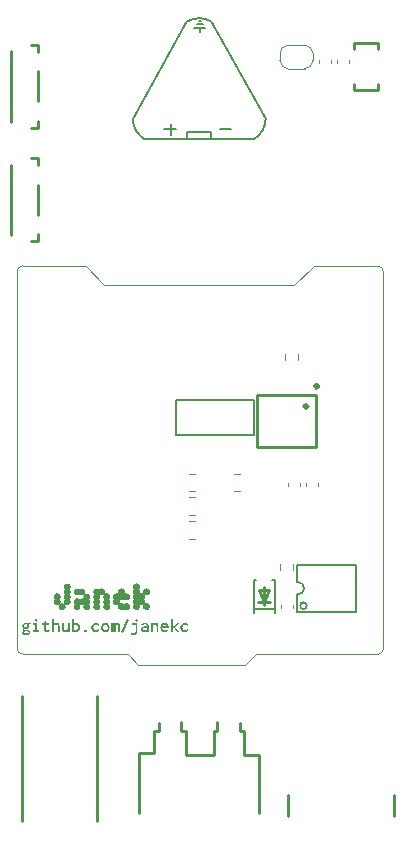
<source format=gto>
%TF.GenerationSoftware,KiCad,Pcbnew,9.0.6*%
%TF.CreationDate,2025-12-14T22:48:58+01:00*%
%TF.ProjectId,ledBrain,6c656442-7261-4696-9e2e-6b696361645f,rev?*%
%TF.SameCoordinates,Original*%
%TF.FileFunction,Legend,Top*%
%TF.FilePolarity,Positive*%
%FSLAX46Y46*%
G04 Gerber Fmt 4.6, Leading zero omitted, Abs format (unit mm)*
G04 Created by KiCad (PCBNEW 9.0.6) date 2025-12-14 22:48:58*
%MOMM*%
%LPD*%
G01*
G04 APERTURE LIST*
%ADD10C,0.100000*%
%ADD11C,0.200000*%
%ADD12C,0.150000*%
%ADD13C,0.120000*%
%ADD14C,0.050000*%
%ADD15C,0.250000*%
%ADD16C,0.300000*%
G04 APERTURE END LIST*
D10*
G36*
X153103934Y-82172527D02*
G01*
X153081918Y-82060992D01*
X153018282Y-81966180D01*
X153015640Y-81963517D01*
X153055114Y-81915586D01*
X153083888Y-81860773D01*
X153103934Y-81753590D01*
X153081908Y-81640591D01*
X153018399Y-81545072D01*
X152973159Y-81508080D01*
X152920902Y-81480649D01*
X152809926Y-81459399D01*
X152697032Y-81481428D01*
X152601566Y-81544959D01*
X152564588Y-81590223D01*
X152537165Y-81642514D01*
X152515919Y-81753590D01*
X152537964Y-81865914D01*
X152601587Y-81961048D01*
X152604030Y-81963517D01*
X152564585Y-82011267D01*
X152535879Y-82065842D01*
X152515919Y-82172527D01*
X152537964Y-82284499D01*
X152601578Y-82379253D01*
X152604030Y-82381721D01*
X152564665Y-82429245D01*
X152535986Y-82483642D01*
X152515919Y-82590732D01*
X152537964Y-82702546D01*
X152601625Y-82797322D01*
X152604030Y-82799743D01*
X152564104Y-82849045D01*
X152535242Y-82904997D01*
X152515919Y-83010403D01*
X152537944Y-83123089D01*
X152601503Y-83218490D01*
X152646794Y-83255457D01*
X152699110Y-83282866D01*
X152809926Y-83304043D01*
X152922821Y-83282023D01*
X153018329Y-83218510D01*
X153055325Y-83173266D01*
X153082748Y-83121019D01*
X153103934Y-83010403D01*
X153081918Y-82898623D01*
X153018324Y-82803731D01*
X153015640Y-82801025D01*
X153055117Y-82753238D01*
X153083892Y-82698568D01*
X153103934Y-82591648D01*
X153081918Y-82479868D01*
X153018324Y-82384977D01*
X153015640Y-82382271D01*
X153055445Y-82333689D01*
X153084328Y-82278313D01*
X153103934Y-82172527D01*
G37*
G36*
X152263860Y-83010403D02*
G01*
X152241815Y-82898344D01*
X152178196Y-82803489D01*
X152175750Y-82801025D01*
X152215111Y-82753362D01*
X152243789Y-82698848D01*
X152263860Y-82591648D01*
X152241835Y-82479122D01*
X152178285Y-82383913D01*
X152132982Y-82347018D01*
X152080650Y-82319671D01*
X151969853Y-82298557D01*
X151856812Y-82320579D01*
X151761260Y-82384074D01*
X151724296Y-82429274D01*
X151696917Y-82481472D01*
X151675846Y-82591648D01*
X151697861Y-82703428D01*
X151761455Y-82798319D01*
X151764139Y-82801025D01*
X151724662Y-82848812D01*
X151695887Y-82903482D01*
X151675846Y-83010403D01*
X151697871Y-83123089D01*
X151761430Y-83218490D01*
X151806721Y-83255457D01*
X151859037Y-83282866D01*
X151969853Y-83304043D01*
X152082748Y-83282023D01*
X152178256Y-83218510D01*
X152215252Y-83173266D01*
X152242675Y-83121019D01*
X152263860Y-83010403D01*
G37*
G36*
X152389890Y-83134234D02*
G01*
X152276922Y-83156264D01*
X152181442Y-83219789D01*
X152144483Y-83265034D01*
X152117081Y-83317309D01*
X152095882Y-83428241D01*
X152117908Y-83541108D01*
X152181420Y-83636511D01*
X152226675Y-83673463D01*
X152278950Y-83700859D01*
X152389890Y-83722065D01*
X152502858Y-83700037D01*
X152598352Y-83636518D01*
X152635317Y-83591280D01*
X152662718Y-83539020D01*
X152683897Y-83428241D01*
X152661871Y-83315270D01*
X152598375Y-83219827D01*
X152553137Y-83182867D01*
X152500882Y-83155463D01*
X152389890Y-83134234D01*
G37*
G36*
X153649267Y-82469466D02*
G01*
X153761748Y-82447421D01*
X153856860Y-82383845D01*
X153859377Y-82381355D01*
X153907278Y-82420796D01*
X153962047Y-82449501D01*
X154069303Y-82469466D01*
X154182271Y-82447435D01*
X154277751Y-82383910D01*
X154314710Y-82338665D01*
X154342112Y-82286390D01*
X154363311Y-82175458D01*
X154341285Y-82062564D01*
X154277760Y-81967084D01*
X154232503Y-81930100D01*
X154180226Y-81902677D01*
X154069303Y-81881451D01*
X153957188Y-81903466D01*
X153862141Y-81967012D01*
X153859377Y-81969745D01*
X153811442Y-81930271D01*
X153756604Y-81901496D01*
X153649267Y-81881451D01*
X153536372Y-81903476D01*
X153440892Y-81967002D01*
X153403908Y-82012259D01*
X153376485Y-82064536D01*
X153355259Y-82175458D01*
X153377285Y-82288430D01*
X153440781Y-82383872D01*
X153486019Y-82420832D01*
X153538274Y-82448236D01*
X153649267Y-82469466D01*
G37*
G36*
X154783347Y-83017913D02*
G01*
X154761332Y-82905711D01*
X154697781Y-82810562D01*
X154695054Y-82807803D01*
X154734362Y-82760037D01*
X154763081Y-82705271D01*
X154783347Y-82596594D01*
X154761322Y-82483073D01*
X154697895Y-82387357D01*
X154652738Y-82350324D01*
X154600580Y-82322856D01*
X154489340Y-82301488D01*
X154376445Y-82323529D01*
X154281051Y-82387090D01*
X154244103Y-82432387D01*
X154216679Y-82484753D01*
X154195333Y-82596594D01*
X154201019Y-82655690D01*
X154217378Y-82709881D01*
X154280779Y-82805108D01*
X154283443Y-82807803D01*
X154279230Y-82812016D01*
X154231329Y-82772575D01*
X154176560Y-82743871D01*
X154069303Y-82723906D01*
X153956909Y-82745951D01*
X153861898Y-82809522D01*
X153859377Y-82812016D01*
X153811567Y-82772658D01*
X153756885Y-82743981D01*
X153649267Y-82723906D01*
X153537115Y-82744279D01*
X153441994Y-82806284D01*
X153404893Y-82850979D01*
X153377245Y-82902769D01*
X153355259Y-83015532D01*
X153377275Y-83127647D01*
X153440821Y-83222694D01*
X153443553Y-83225458D01*
X153403897Y-83272990D01*
X153375062Y-83327356D01*
X153355259Y-83432454D01*
X153377285Y-83543689D01*
X153440888Y-83637815D01*
X153486341Y-83674339D01*
X153538859Y-83701368D01*
X153649267Y-83722065D01*
X153762975Y-83700048D01*
X153858801Y-83636671D01*
X153895650Y-83591706D01*
X153922829Y-83539811D01*
X153943274Y-83432454D01*
X153921229Y-83321681D01*
X153857535Y-83227822D01*
X153855163Y-83225458D01*
X153859377Y-83221245D01*
X153905828Y-83261140D01*
X153958775Y-83290207D01*
X154069303Y-83311737D01*
X154130931Y-83303464D01*
X154187197Y-83284551D01*
X154279230Y-83221245D01*
X154283443Y-83225458D01*
X154243904Y-83272866D01*
X154215167Y-83327076D01*
X154195333Y-83432454D01*
X154217358Y-83543689D01*
X154280962Y-83637815D01*
X154326415Y-83674339D01*
X154378932Y-83701368D01*
X154489340Y-83722065D01*
X154603048Y-83700048D01*
X154698874Y-83636671D01*
X154735723Y-83591706D01*
X154762902Y-83539811D01*
X154783347Y-83432454D01*
X154761332Y-83321956D01*
X154697663Y-83228062D01*
X154695054Y-83225458D01*
X154733507Y-83180472D01*
X154761926Y-83128265D01*
X154783347Y-83017913D01*
G37*
G36*
X155538790Y-82381355D02*
G01*
X155586692Y-82420796D01*
X155641460Y-82449501D01*
X155748717Y-82469466D01*
X155861685Y-82447435D01*
X155957165Y-82383910D01*
X155994124Y-82338665D01*
X156021526Y-82286390D01*
X156042725Y-82175458D01*
X156020699Y-82062564D01*
X155957174Y-81967084D01*
X155911916Y-81930100D01*
X155859640Y-81902677D01*
X155748717Y-81881451D01*
X155636602Y-81903466D01*
X155541555Y-81967012D01*
X155538790Y-81969745D01*
X155490856Y-81930271D01*
X155436018Y-81901496D01*
X155328681Y-81881451D01*
X155215786Y-81903476D01*
X155120306Y-81967002D01*
X155083322Y-82012259D01*
X155055899Y-82064536D01*
X155034673Y-82175458D01*
X155056689Y-82287661D01*
X155120240Y-82382809D01*
X155122967Y-82385568D01*
X155083069Y-82433930D01*
X155054156Y-82488925D01*
X155034673Y-82592747D01*
X155056689Y-82702451D01*
X155120348Y-82795508D01*
X155122967Y-82798094D01*
X155082415Y-82848833D01*
X155053298Y-82906075D01*
X155034673Y-83009303D01*
X155056689Y-83120819D01*
X155120279Y-83215431D01*
X155122967Y-83218131D01*
X155083493Y-83266066D01*
X155054719Y-83320904D01*
X155034673Y-83428241D01*
X155056699Y-83541108D01*
X155120211Y-83636511D01*
X155165466Y-83673463D01*
X155217741Y-83700859D01*
X155328681Y-83722065D01*
X155441649Y-83700037D01*
X155537143Y-83636518D01*
X155574108Y-83591280D01*
X155601509Y-83539020D01*
X155622688Y-83428241D01*
X155600643Y-83315759D01*
X155537067Y-83220647D01*
X155534577Y-83218131D01*
X155573935Y-83170324D01*
X155602612Y-83115668D01*
X155622688Y-83008204D01*
X155600643Y-82895723D01*
X155537067Y-82800611D01*
X155534577Y-82798094D01*
X155574128Y-82751117D01*
X155602869Y-82697333D01*
X155622688Y-82592747D01*
X155600643Y-82482436D01*
X155534577Y-82385568D01*
X155538790Y-82381355D01*
G37*
G36*
X156462761Y-83008204D02*
G01*
X156440746Y-82896002D01*
X156377195Y-82800854D01*
X156374467Y-82798094D01*
X156413951Y-82750595D01*
X156442729Y-82696211D01*
X156462761Y-82589816D01*
X156440736Y-82477818D01*
X156377170Y-82383073D01*
X156331808Y-82346339D01*
X156279403Y-82319130D01*
X156168754Y-82298190D01*
X156055418Y-82320211D01*
X155959751Y-82383657D01*
X155922840Y-82428756D01*
X155895549Y-82480827D01*
X155874747Y-82589816D01*
X155896792Y-82701344D01*
X155960404Y-82795640D01*
X155962857Y-82798094D01*
X155922431Y-82848692D01*
X155893415Y-82905759D01*
X155874747Y-83009303D01*
X155896792Y-83121097D01*
X155960407Y-83215672D01*
X155962857Y-83218131D01*
X155923499Y-83265941D01*
X155894822Y-83320623D01*
X155874747Y-83428241D01*
X155896772Y-83541108D01*
X155960285Y-83636511D01*
X156005540Y-83673463D01*
X156057814Y-83700859D01*
X156168754Y-83722065D01*
X156281722Y-83700037D01*
X156377216Y-83636518D01*
X156414181Y-83591280D01*
X156441583Y-83539020D01*
X156462761Y-83428241D01*
X156440746Y-83316039D01*
X156377195Y-83220890D01*
X156374467Y-83218131D01*
X156413942Y-83170200D01*
X156442716Y-83115387D01*
X156462761Y-83008204D01*
G37*
G36*
X157302102Y-83012051D02*
G01*
X157280057Y-82902387D01*
X157213991Y-82805788D01*
X157218204Y-82801575D01*
X157266106Y-82841016D01*
X157320874Y-82869720D01*
X157428131Y-82889685D01*
X157540526Y-82867640D01*
X157635537Y-82804069D01*
X157638058Y-82801575D01*
X157685868Y-82840933D01*
X157740550Y-82869610D01*
X157848168Y-82889685D01*
X157961136Y-82867658D01*
X158056630Y-82804139D01*
X158093595Y-82758900D01*
X158120996Y-82706640D01*
X158142175Y-82595861D01*
X158120150Y-82482890D01*
X158056653Y-82387447D01*
X158011415Y-82350488D01*
X157959161Y-82323084D01*
X157848168Y-82301854D01*
X157735686Y-82323899D01*
X157640574Y-82387475D01*
X157638058Y-82389965D01*
X157634028Y-82385751D01*
X157673386Y-82337941D01*
X157702063Y-82283260D01*
X157722138Y-82175642D01*
X157700113Y-82062719D01*
X157636575Y-81967163D01*
X157591315Y-81930147D01*
X157539037Y-81902697D01*
X157428131Y-81881451D01*
X157315309Y-81903474D01*
X157219844Y-81967006D01*
X157182841Y-82012282D01*
X157155397Y-82064575D01*
X157134124Y-82175642D01*
X157156139Y-82287844D01*
X157219690Y-82382992D01*
X157222418Y-82385751D01*
X157218204Y-82389965D01*
X157170394Y-82350606D01*
X157115713Y-82321930D01*
X157008094Y-82301854D01*
X156895126Y-82323885D01*
X156799647Y-82387409D01*
X156762688Y-82432655D01*
X156735286Y-82484930D01*
X156714087Y-82595861D01*
X156736103Y-82707906D01*
X156799700Y-82803076D01*
X156802381Y-82805788D01*
X156762309Y-82854330D01*
X156733341Y-82909425D01*
X156714087Y-83012051D01*
X156736113Y-83122755D01*
X156799994Y-83217413D01*
X156845609Y-83254226D01*
X156898309Y-83281491D01*
X157008094Y-83302212D01*
X157120989Y-83280243D01*
X157216770Y-83216842D01*
X157253882Y-83171722D01*
X157281301Y-83119765D01*
X157302102Y-83012051D01*
G37*
G36*
X157848168Y-83134234D02*
G01*
X157735686Y-83156279D01*
X157640574Y-83219855D01*
X157638058Y-83222344D01*
X157590156Y-83182903D01*
X157535388Y-83154199D01*
X157428131Y-83134234D01*
X157315163Y-83156264D01*
X157219683Y-83219789D01*
X157182724Y-83265034D01*
X157155322Y-83317309D01*
X157134124Y-83428241D01*
X157156149Y-83541108D01*
X157219662Y-83636511D01*
X157264917Y-83673463D01*
X157317191Y-83700859D01*
X157428131Y-83722065D01*
X157540526Y-83700020D01*
X157635537Y-83636449D01*
X157638058Y-83633954D01*
X157685868Y-83673313D01*
X157740550Y-83701989D01*
X157848168Y-83722065D01*
X157961136Y-83700037D01*
X158056630Y-83636518D01*
X158093595Y-83591280D01*
X158120996Y-83539020D01*
X158142175Y-83428241D01*
X158120150Y-83315270D01*
X158056653Y-83219827D01*
X158011415Y-83182867D01*
X157959161Y-83155463D01*
X157848168Y-83134234D01*
G37*
G36*
X158798484Y-81480649D02*
G01*
X158850741Y-81508080D01*
X158895981Y-81545072D01*
X158959490Y-81640591D01*
X158981516Y-81753590D01*
X158961440Y-81861054D01*
X158932763Y-81915710D01*
X158893405Y-81963517D01*
X158895802Y-81965947D01*
X158959471Y-82061282D01*
X158981516Y-82173627D01*
X158961440Y-82281245D01*
X158932763Y-82335926D01*
X158893405Y-82383736D01*
X158897618Y-82387950D01*
X158900383Y-82385217D01*
X158995429Y-82321671D01*
X159107545Y-82299656D01*
X159218308Y-82320810D01*
X159270644Y-82348211D01*
X159315951Y-82385170D01*
X159379527Y-82480532D01*
X159401552Y-82593114D01*
X159381703Y-82699436D01*
X159352970Y-82754099D01*
X159313442Y-82801941D01*
X159315891Y-82804400D01*
X159379507Y-82898976D01*
X159401552Y-83010769D01*
X159380407Y-83121080D01*
X159352984Y-83173296D01*
X159315976Y-83218527D01*
X159220440Y-83282029D01*
X159107545Y-83304043D01*
X159000571Y-83284110D01*
X158945645Y-83255308D01*
X158897618Y-83215750D01*
X158893405Y-83219963D01*
X158895421Y-83221996D01*
X158959471Y-83317338D01*
X158981516Y-83428241D01*
X158960337Y-83539020D01*
X158932935Y-83591280D01*
X158895970Y-83636518D01*
X158800476Y-83700037D01*
X158687508Y-83722065D01*
X158576569Y-83700859D01*
X158524294Y-83673463D01*
X158479039Y-83636511D01*
X158415526Y-83541108D01*
X158393501Y-83428241D01*
X158414608Y-83318442D01*
X158443110Y-83265619D01*
X158481795Y-83219963D01*
X158479198Y-83217337D01*
X158415516Y-83122325D01*
X158393501Y-83010769D01*
X158413538Y-82904111D01*
X158442314Y-82849584D01*
X158481795Y-82801941D01*
X158481613Y-82801758D01*
X158893405Y-82801758D01*
X158897618Y-82805971D01*
X158901831Y-82801758D01*
X158897618Y-82797728D01*
X158893405Y-82801758D01*
X158481613Y-82801758D01*
X158479147Y-82799273D01*
X158415516Y-82704563D01*
X158393501Y-82593114D01*
X158413435Y-82486602D01*
X158442237Y-82431752D01*
X158481795Y-82383736D01*
X158479067Y-82380977D01*
X158415516Y-82285829D01*
X158393501Y-82173627D01*
X158413439Y-82066698D01*
X158442240Y-82011680D01*
X158481795Y-81963517D01*
X158479114Y-81960805D01*
X158415516Y-81865634D01*
X158393501Y-81753590D01*
X158414747Y-81642514D01*
X158442170Y-81590223D01*
X158479148Y-81544959D01*
X158574614Y-81481428D01*
X158687508Y-81459399D01*
X158798484Y-81480649D01*
G37*
G36*
X159638574Y-83155463D02*
G01*
X159690829Y-83182867D01*
X159736067Y-83219827D01*
X159799563Y-83315270D01*
X159821589Y-83428241D01*
X159800410Y-83539020D01*
X159773009Y-83591280D01*
X159736044Y-83636518D01*
X159640549Y-83700037D01*
X159527581Y-83722065D01*
X159416642Y-83700859D01*
X159364367Y-83673463D01*
X159319112Y-83636511D01*
X159255600Y-83541108D01*
X159233574Y-83428241D01*
X159254773Y-83317309D01*
X159282175Y-83265034D01*
X159319134Y-83219789D01*
X159414614Y-83156264D01*
X159527581Y-83134234D01*
X159638574Y-83155463D01*
G37*
G36*
X159638574Y-81902681D02*
G01*
X159690829Y-81930085D01*
X159736067Y-81967044D01*
X159799563Y-82062487D01*
X159821589Y-82175458D01*
X159800390Y-82286390D01*
X159772988Y-82338665D01*
X159736029Y-82383910D01*
X159640549Y-82447435D01*
X159527581Y-82469466D01*
X159416272Y-82448093D01*
X159364135Y-82420644D01*
X159318997Y-82383636D01*
X159255600Y-82287957D01*
X159233574Y-82174359D01*
X159254652Y-82064345D01*
X159282053Y-82012161D01*
X159319048Y-81966955D01*
X159414614Y-81903465D01*
X159527581Y-81881451D01*
X159638574Y-81902681D01*
G37*
D11*
G36*
X149379464Y-84796304D02*
G01*
X149437947Y-84817540D01*
X149491215Y-84853168D01*
X149549272Y-84819494D01*
X149610058Y-84799633D01*
X149674825Y-84792962D01*
X149685938Y-84794366D01*
X149697051Y-84795710D01*
X149715125Y-84795710D01*
X149735642Y-84935355D01*
X149705294Y-84929921D01*
X149666643Y-84925830D01*
X149615289Y-84931251D01*
X149565893Y-84947568D01*
X149586220Y-84999374D01*
X149593248Y-85059553D01*
X149588058Y-85110944D01*
X149572767Y-85158052D01*
X149547112Y-85201946D01*
X149509961Y-85243346D01*
X149466082Y-85277162D01*
X149418521Y-85301050D01*
X149366482Y-85315550D01*
X149308888Y-85320526D01*
X149261487Y-85316967D01*
X149219556Y-85306727D01*
X149190006Y-85341402D01*
X149182920Y-85362475D01*
X149189243Y-85377311D01*
X149212962Y-85390319D01*
X149248059Y-85396135D01*
X149313956Y-85398684D01*
X149365064Y-85398684D01*
X149417637Y-85398684D01*
X149510307Y-85404853D01*
X149571816Y-85420422D01*
X149610599Y-85438981D01*
X149641616Y-85461883D01*
X149665971Y-85489176D01*
X149684373Y-85520753D01*
X149695159Y-85553385D01*
X149698761Y-85587728D01*
X149693361Y-85633378D01*
X149677161Y-85676382D01*
X149649263Y-85717812D01*
X149607658Y-85758332D01*
X149560877Y-85788624D01*
X149502038Y-85811788D01*
X149428516Y-85826940D01*
X149337159Y-85832459D01*
X149241993Y-85828022D01*
X149167600Y-85816053D01*
X149110241Y-85798248D01*
X149066660Y-85775795D01*
X149026662Y-85743873D01*
X149000162Y-85710369D01*
X148984840Y-85674735D01*
X148979710Y-85635844D01*
X148983586Y-85609527D01*
X149128210Y-85609527D01*
X149134260Y-85637529D01*
X149152694Y-85660745D01*
X149187316Y-85680357D01*
X149250353Y-85697235D01*
X149333007Y-85703499D01*
X149399645Y-85699578D01*
X149450867Y-85689044D01*
X149489750Y-85673335D01*
X149525403Y-85648540D01*
X149544239Y-85622392D01*
X149550261Y-85593712D01*
X149545999Y-85568864D01*
X149533841Y-85550075D01*
X149512736Y-85535846D01*
X149479309Y-85526484D01*
X149408417Y-85523736D01*
X149381184Y-85523736D01*
X149325252Y-85522332D01*
X149204535Y-85516898D01*
X149158387Y-85549358D01*
X149135216Y-85579721D01*
X149128210Y-85609527D01*
X148983586Y-85609527D01*
X148985424Y-85597048D01*
X149003104Y-85558898D01*
X149034904Y-85520177D01*
X149084551Y-85480200D01*
X149061007Y-85453047D01*
X149047048Y-85421790D01*
X149042236Y-85385068D01*
X149049033Y-85342633D01*
X149070721Y-85298184D01*
X149110990Y-85250062D01*
X149068298Y-85209773D01*
X149038765Y-85165115D01*
X149020997Y-85115152D01*
X149014881Y-85058332D01*
X149016456Y-85043128D01*
X149163381Y-85043128D01*
X149168065Y-85080148D01*
X149181827Y-85112903D01*
X149205207Y-85142534D01*
X149235152Y-85165521D01*
X149268375Y-85179112D01*
X149306018Y-85183750D01*
X149343662Y-85179112D01*
X149376885Y-85165521D01*
X149406830Y-85142534D01*
X149430210Y-85112903D01*
X149443972Y-85080148D01*
X149448656Y-85043128D01*
X149444034Y-85006023D01*
X149430475Y-84973245D01*
X149407501Y-84943660D01*
X149377966Y-84920660D01*
X149344979Y-84907041D01*
X149307362Y-84902383D01*
X149269739Y-84907010D01*
X149236280Y-84920608D01*
X149205879Y-84943660D01*
X149182098Y-84973340D01*
X149168130Y-85006112D01*
X149163381Y-85043128D01*
X149016456Y-85043128D01*
X149020442Y-85004665D01*
X149036806Y-84955766D01*
X149064261Y-84910451D01*
X149104091Y-84867944D01*
X149150965Y-84833263D01*
X149201046Y-84808843D01*
X149255085Y-84794090D01*
X149314078Y-84789054D01*
X149379464Y-84796304D01*
G37*
G36*
X149927983Y-84949277D02*
G01*
X149927983Y-84812501D01*
X150266381Y-84812501D01*
X150266381Y-85418224D01*
X150442236Y-85418224D01*
X150442236Y-85555000D01*
X149918579Y-85555000D01*
X149918579Y-85418224D01*
X150106158Y-85418224D01*
X150106158Y-84949277D01*
X149927983Y-84949277D01*
G37*
G36*
X150113058Y-84669192D02*
G01*
X150096170Y-84647643D01*
X150086147Y-84623415D01*
X150082711Y-84595614D01*
X150086147Y-84567813D01*
X150096170Y-84543584D01*
X150113058Y-84522035D01*
X150134816Y-84505379D01*
X150159330Y-84495461D01*
X150187491Y-84492055D01*
X150215669Y-84495513D01*
X150240435Y-84505630D01*
X150262657Y-84522707D01*
X150280081Y-84544695D01*
X150290281Y-84568727D01*
X150293736Y-84595614D01*
X150290284Y-84622462D01*
X150280086Y-84646496D01*
X150262657Y-84668520D01*
X150240435Y-84685598D01*
X150215669Y-84695714D01*
X150187491Y-84699173D01*
X150159330Y-84695766D01*
X150134816Y-84685848D01*
X150113058Y-84669192D01*
G37*
G36*
X150884621Y-84812501D02*
G01*
X150898421Y-84614603D01*
X151057911Y-84588653D01*
X151064750Y-84602330D01*
X151068841Y-84620099D01*
X151066765Y-84637868D01*
X151061331Y-84651484D01*
X151057911Y-84658323D01*
X151041730Y-84808593D01*
X151279501Y-84808593D01*
X151279501Y-84949277D01*
X151036296Y-84949277D01*
X151028157Y-85074845D01*
X151025488Y-85196085D01*
X151025488Y-85268808D01*
X151025488Y-85311978D01*
X151025488Y-85326327D01*
X151038988Y-85368216D01*
X151060181Y-85395714D01*
X151089358Y-85412253D01*
X151129291Y-85418224D01*
X151173034Y-85412111D01*
X151223731Y-85391951D01*
X151283592Y-85353804D01*
X151305451Y-85338722D01*
X151357414Y-85471346D01*
X151345141Y-85480872D01*
X151283932Y-85519256D01*
X151222504Y-85545819D01*
X151160222Y-85561500D01*
X151096318Y-85566723D01*
X151035215Y-85561057D01*
X150984964Y-85545151D01*
X150943378Y-85519780D01*
X150908984Y-85484535D01*
X150890061Y-85452469D01*
X150876195Y-85414743D01*
X150867587Y-85376938D01*
X150865265Y-85352522D01*
X150865265Y-85284684D01*
X150868240Y-85127935D01*
X150877721Y-84949277D01*
X150705041Y-84949277D01*
X150705041Y-84812501D01*
X150884621Y-84812501D01*
G37*
G36*
X151704972Y-85555000D02*
G01*
X151542306Y-85555000D01*
X151542306Y-84480331D01*
X151713154Y-84480331D01*
X151718649Y-84493886D01*
X151718649Y-84504694D01*
X151715348Y-84521431D01*
X151704972Y-84537362D01*
X151704972Y-84538766D01*
X151704972Y-84905680D01*
X151758065Y-84856411D01*
X151812515Y-84822988D01*
X151869159Y-84803417D01*
X151929248Y-84796870D01*
X151975635Y-84800884D01*
X152018681Y-84812710D01*
X152059124Y-84832407D01*
X152094997Y-84859238D01*
X152124013Y-84892227D01*
X152146685Y-84932119D01*
X152161412Y-84974279D01*
X152171546Y-85032090D01*
X152175383Y-85109684D01*
X152175383Y-85555000D01*
X152019068Y-85555000D01*
X152019068Y-85118721D01*
X152014098Y-85051947D01*
X152001439Y-85007178D01*
X151983408Y-84978281D01*
X151959367Y-84957866D01*
X151931429Y-84945682D01*
X151898351Y-84941461D01*
X151853956Y-84948300D01*
X151807126Y-84970099D01*
X151765120Y-85000607D01*
X151736540Y-85030061D01*
X151719618Y-85058062D01*
X151708854Y-85092922D01*
X151704972Y-85136428D01*
X151704972Y-85555000D01*
G37*
G36*
X152367847Y-85227592D02*
G01*
X152367847Y-84816409D01*
X152528070Y-84816409D01*
X152528070Y-85223379D01*
X152531416Y-85285409D01*
X152540172Y-85330550D01*
X152552800Y-85362597D01*
X152576026Y-85396114D01*
X152603733Y-85419051D01*
X152636656Y-85432911D01*
X152676386Y-85437763D01*
X152720437Y-85431408D01*
X152763642Y-85411812D01*
X152801166Y-85382163D01*
X152828855Y-85346233D01*
X152843245Y-85314063D01*
X152852796Y-85272102D01*
X152856332Y-85217883D01*
X152856332Y-84816409D01*
X153016556Y-84816409D01*
X153016556Y-85471835D01*
X153018471Y-85505551D01*
X153023394Y-85529110D01*
X153031577Y-85555000D01*
X152861828Y-85555000D01*
X152859080Y-85537475D01*
X152856332Y-85486245D01*
X152810972Y-85525234D01*
X152761956Y-85552488D01*
X152708428Y-85568916D01*
X152649153Y-85574539D01*
X152596316Y-85569932D01*
X152546947Y-85556318D01*
X152500226Y-85533567D01*
X152458644Y-85502709D01*
X152424792Y-85465160D01*
X152398072Y-85420177D01*
X152382770Y-85376896D01*
X152371999Y-85314585D01*
X152367847Y-85227592D01*
G37*
G36*
X153380294Y-84493032D02*
G01*
X153379562Y-84513670D01*
X153370891Y-84527470D01*
X153363869Y-84531622D01*
X153363869Y-84532965D01*
X153363869Y-84534370D01*
X153363869Y-84890048D01*
X153408267Y-84850736D01*
X153456841Y-84823185D01*
X153510512Y-84806510D01*
X153570621Y-84800778D01*
X153632271Y-84806954D01*
X153689127Y-84825191D01*
X153742422Y-84855836D01*
X153793004Y-84900245D01*
X153832806Y-84952389D01*
X153862192Y-85014837D01*
X153880862Y-85089651D01*
X153887526Y-85179476D01*
X153880658Y-85272692D01*
X153861396Y-85350544D01*
X153831056Y-85415717D01*
X153789951Y-85470308D01*
X153737692Y-85516816D01*
X153682412Y-85548924D01*
X153623213Y-85568052D01*
X153558775Y-85574539D01*
X153495946Y-85568405D01*
X153440215Y-85550595D01*
X153390090Y-85521181D01*
X153344574Y-85479162D01*
X153311479Y-85555000D01*
X153201203Y-85555000D01*
X153201203Y-85165860D01*
X153362465Y-85165860D01*
X153366617Y-85298606D01*
X153379882Y-85346867D01*
X153400227Y-85380347D01*
X153427189Y-85402592D01*
X153476840Y-85423227D01*
X153527329Y-85429947D01*
X153557056Y-85427729D01*
X153586557Y-85421032D01*
X153615797Y-85409407D01*
X153649206Y-85390258D01*
X153678546Y-85362949D01*
X153703733Y-85319794D01*
X153719197Y-85267986D01*
X153724860Y-85201397D01*
X153719160Y-85124193D01*
X153703733Y-85064621D01*
X153678084Y-85014529D01*
X153648534Y-84983899D01*
X153614475Y-84962446D01*
X153585886Y-84950376D01*
X153557141Y-84943666D01*
X153528672Y-84941461D01*
X153481492Y-84947497D01*
X153438790Y-84965397D01*
X153403408Y-84993603D01*
X153380233Y-85028961D01*
X153367940Y-85075026D01*
X153362465Y-85165860D01*
X153201203Y-85165860D01*
X153201203Y-84476423D01*
X153376142Y-84476423D01*
X153380294Y-84493032D01*
G37*
G36*
X154268117Y-85420239D02*
G01*
X154292639Y-85401679D01*
X154319772Y-85390704D01*
X154350427Y-85386960D01*
X154381058Y-85390755D01*
X154408400Y-85401928D01*
X154433347Y-85420910D01*
X154453023Y-85445290D01*
X154464474Y-85471700D01*
X154468335Y-85501022D01*
X154464461Y-85530277D01*
X154453002Y-85556413D01*
X154433347Y-85580340D01*
X154408447Y-85598920D01*
X154381102Y-85609887D01*
X154350427Y-85613618D01*
X154319772Y-85609874D01*
X154292639Y-85598899D01*
X154268117Y-85580340D01*
X154248906Y-85556465D01*
X154237669Y-85530326D01*
X154233862Y-85501022D01*
X154237707Y-85470788D01*
X154248982Y-85444179D01*
X154268117Y-85420239D01*
G37*
G36*
X155556987Y-84946896D02*
G01*
X155565169Y-84960512D01*
X155459900Y-85083428D01*
X155443475Y-85072498D01*
X155428454Y-85052714D01*
X155425706Y-85034274D01*
X155427110Y-85027435D01*
X155403846Y-84999530D01*
X155384799Y-84984310D01*
X155346388Y-84962650D01*
X155302515Y-84946808D01*
X155254797Y-84941461D01*
X155193620Y-84948737D01*
X155140964Y-84969802D01*
X155094818Y-85004965D01*
X155067248Y-85038560D01*
X155047338Y-85077349D01*
X155034941Y-85122339D01*
X155030582Y-85174897D01*
X155035090Y-85230117D01*
X155047971Y-85277966D01*
X155068741Y-85319745D01*
X155097566Y-85356430D01*
X155133285Y-85386989D01*
X155172449Y-85408493D01*
X155215796Y-85421546D01*
X155264384Y-85426039D01*
X155315076Y-85420851D01*
X155361392Y-85405577D01*
X155404419Y-85379953D01*
X155444879Y-85342814D01*
X155461243Y-85325045D01*
X155555582Y-85435687D01*
X155543309Y-85449426D01*
X155493986Y-85494936D01*
X155441150Y-85529618D01*
X155384250Y-85554326D01*
X155322475Y-85569378D01*
X155254797Y-85574539D01*
X155173974Y-85567338D01*
X155102071Y-85546471D01*
X155037364Y-85512233D01*
X154978620Y-85463836D01*
X154930287Y-85405104D01*
X154896043Y-85340198D01*
X154875140Y-85267855D01*
X154867916Y-85186315D01*
X154875161Y-85104727D01*
X154896092Y-85032621D01*
X154930334Y-84968189D01*
X154978620Y-84910137D01*
X155037218Y-84862701D01*
X155102906Y-84828838D01*
X155177077Y-84808015D01*
X155261636Y-84800778D01*
X155323611Y-84805178D01*
X155380295Y-84818005D01*
X155432545Y-84839002D01*
X155480596Y-84868119D01*
X155521873Y-84903932D01*
X155556987Y-84946896D01*
G37*
G36*
X156123041Y-84803474D02*
G01*
X156186618Y-84822864D01*
X156245562Y-84855184D01*
X156300828Y-84901589D01*
X156345106Y-84956866D01*
X156377333Y-85021546D01*
X156397547Y-85097462D01*
X156404692Y-85187048D01*
X156397650Y-85273655D01*
X156377596Y-85348079D01*
X156345387Y-85412481D01*
X156300828Y-85468476D01*
X156245528Y-85515318D01*
X156185939Y-85548063D01*
X156121042Y-85567793D01*
X156049380Y-85574539D01*
X155975767Y-85567598D01*
X155908853Y-85547267D01*
X155847171Y-85513468D01*
X155789689Y-85465057D01*
X155742655Y-85407074D01*
X155709245Y-85342794D01*
X155688807Y-85270951D01*
X155681734Y-85189795D01*
X155682508Y-85180819D01*
X155845865Y-85180819D01*
X155850046Y-85238459D01*
X155861860Y-85287486D01*
X155880606Y-85329341D01*
X155906132Y-85365162D01*
X155938679Y-85395959D01*
X155973062Y-85417084D01*
X156009853Y-85429613D01*
X156049930Y-85433855D01*
X156099386Y-85427033D01*
X156144327Y-85406665D01*
X156186278Y-85371329D01*
X156210644Y-85338605D01*
X156228751Y-85299013D01*
X156240322Y-85251159D01*
X156244469Y-85193276D01*
X156240074Y-85129514D01*
X156227927Y-85077799D01*
X156209136Y-85035948D01*
X156184141Y-85002217D01*
X156140729Y-84965580D01*
X156094692Y-84944563D01*
X156044495Y-84937554D01*
X155993427Y-84944634D01*
X155947398Y-84965712D01*
X155904788Y-85002217D01*
X155879960Y-85035967D01*
X155861632Y-85076096D01*
X155850005Y-85123851D01*
X155845865Y-85180819D01*
X155682508Y-85180819D01*
X155688849Y-85107275D01*
X155709420Y-85034075D01*
X155743047Y-84968460D01*
X155790361Y-84909160D01*
X155848308Y-84859512D01*
X155910686Y-84824856D01*
X155978561Y-84803998D01*
X156053471Y-84796870D01*
X156123041Y-84803474D01*
G37*
G36*
X156663590Y-85555000D02*
G01*
X156515090Y-85555000D01*
X156515090Y-84816409D01*
X156664933Y-84816409D01*
X156664933Y-84850725D01*
X156705363Y-84820320D01*
X156747838Y-84802738D01*
X156793588Y-84796870D01*
X156838260Y-84802087D01*
X156874613Y-84816841D01*
X156904551Y-84840950D01*
X156929021Y-84875760D01*
X156962055Y-84840961D01*
X156999321Y-84816695D01*
X157041678Y-84801973D01*
X157090526Y-84796870D01*
X157133855Y-84801236D01*
X157169449Y-84813536D01*
X157198938Y-84833320D01*
X157223333Y-84861167D01*
X157240789Y-84894149D01*
X157252908Y-84942524D01*
X157257588Y-85011498D01*
X157257588Y-85037449D01*
X157257588Y-85556953D01*
X157105181Y-85556953D01*
X157105181Y-85045509D01*
X157105181Y-85004354D01*
X157102700Y-84966265D01*
X157096938Y-84945430D01*
X157078731Y-84924430D01*
X157057004Y-84918014D01*
X157028854Y-84922378D01*
X157006370Y-84934917D01*
X156988128Y-84956360D01*
X156964741Y-85001545D01*
X156960589Y-85042639D01*
X156960589Y-85555000D01*
X156808182Y-85555000D01*
X156808182Y-85053691D01*
X156808182Y-85021024D01*
X156806565Y-84986813D01*
X156802808Y-84967840D01*
X156791626Y-84946070D01*
X156775992Y-84933945D01*
X156754631Y-84929738D01*
X156731517Y-84934891D01*
X156708673Y-84951610D01*
X156685022Y-84984265D01*
X156669254Y-85023853D01*
X156663590Y-85074146D01*
X156663590Y-85555000D01*
G37*
G36*
X157520516Y-85631509D02*
G01*
X157387892Y-85564586D01*
X157912892Y-84470439D01*
X158048203Y-84535957D01*
X157520516Y-85631509D01*
G37*
G36*
X158332257Y-84953185D02*
G01*
X158332257Y-84812501D01*
X158767986Y-84812501D01*
X158767986Y-85489603D01*
X158763349Y-85569434D01*
X158750923Y-85630519D01*
X158732449Y-85676632D01*
X158701813Y-85724674D01*
X158663563Y-85763980D01*
X158616983Y-85795396D01*
X158565182Y-85818153D01*
X158511023Y-85831772D01*
X158453768Y-85836367D01*
X158394108Y-85831609D01*
X158341113Y-85817876D01*
X158293624Y-85795533D01*
X158250759Y-85764339D01*
X158211967Y-85723466D01*
X158201038Y-85711071D01*
X158299467Y-85580218D01*
X158317175Y-85593834D01*
X158330120Y-85609466D01*
X158334944Y-85623754D01*
X158334944Y-85629188D01*
X158369729Y-85664028D01*
X158411257Y-85684623D01*
X158461767Y-85691775D01*
X158505229Y-85686485D01*
X158540174Y-85671553D01*
X158568596Y-85647097D01*
X158591399Y-85611542D01*
X158602944Y-85573983D01*
X158607763Y-85509509D01*
X158607763Y-84953185D01*
X158332257Y-84953185D01*
G37*
G36*
X158584316Y-84595614D02*
G01*
X158587765Y-84568723D01*
X158597947Y-84544690D01*
X158615334Y-84522707D01*
X158637556Y-84505630D01*
X158662322Y-84495513D01*
X158690500Y-84492055D01*
X158718702Y-84495463D01*
X158743235Y-84505382D01*
X158764994Y-84522035D01*
X158781882Y-84543584D01*
X158791905Y-84567813D01*
X158795341Y-84595614D01*
X158791895Y-84622466D01*
X158781716Y-84646500D01*
X158764323Y-84668520D01*
X158742100Y-84685594D01*
X158717314Y-84695712D01*
X158689096Y-84699173D01*
X158661802Y-84695815D01*
X158637481Y-84685942D01*
X158615334Y-84669192D01*
X158598044Y-84647595D01*
X158587816Y-84623369D01*
X158584316Y-84595614D01*
G37*
G36*
X159477987Y-84806670D02*
G01*
X159542763Y-84823081D01*
X159595998Y-84848760D01*
X159639673Y-84883387D01*
X159675043Y-84927601D01*
X159695918Y-84972143D01*
X159709631Y-85029333D01*
X159714672Y-85102295D01*
X159714672Y-85556526D01*
X159563424Y-85556526D01*
X159563424Y-85495648D01*
X159504509Y-85530608D01*
X159444373Y-85555065D01*
X159382427Y-85569646D01*
X159317960Y-85574539D01*
X159258014Y-85570103D01*
X159206191Y-85557471D01*
X159161149Y-85537256D01*
X159121833Y-85509509D01*
X159088064Y-85474301D01*
X159064875Y-85436894D01*
X159051097Y-85396652D01*
X159046423Y-85352583D01*
X159047222Y-85345622D01*
X159206646Y-85345622D01*
X159210462Y-85370146D01*
X159221960Y-85392413D01*
X159242306Y-85413278D01*
X159267620Y-85428387D01*
X159299944Y-85438121D01*
X159341163Y-85441671D01*
X159391211Y-85437151D01*
X159437295Y-85423859D01*
X159480298Y-85401723D01*
X159520865Y-85370047D01*
X159545753Y-85338660D01*
X159560870Y-85301347D01*
X159566172Y-85256352D01*
X159566172Y-85230645D01*
X159560676Y-85230645D01*
X159472871Y-85230645D01*
X159374567Y-85233502D01*
X159320586Y-85240109D01*
X159267098Y-85258732D01*
X159234063Y-85282791D01*
X159213205Y-85313715D01*
X159206646Y-85345622D01*
X159047222Y-85345622D01*
X159051585Y-85307615D01*
X159067116Y-85264792D01*
X159093867Y-85223135D01*
X159128769Y-85187663D01*
X159173750Y-85157247D01*
X159230643Y-85132032D01*
X159297402Y-85114881D01*
X159396011Y-85102568D01*
X159535947Y-85097777D01*
X159560676Y-85097777D01*
X159560676Y-85093747D01*
X159557773Y-85045121D01*
X159550417Y-85012421D01*
X159540160Y-84991348D01*
X159519611Y-84969204D01*
X159491618Y-84952564D01*
X159454245Y-84941616D01*
X159404788Y-84937554D01*
X159343427Y-84942686D01*
X159291212Y-84957252D01*
X159246474Y-84980599D01*
X159207990Y-85012903D01*
X159191564Y-85030427D01*
X159108155Y-84923082D01*
X159120490Y-84910870D01*
X159177105Y-84863213D01*
X159241323Y-84829137D01*
X159314636Y-84808115D01*
X159399110Y-84800778D01*
X159477987Y-84806670D01*
G37*
G36*
X160077616Y-85555000D02*
G01*
X159914951Y-85555000D01*
X159914951Y-84816409D01*
X160077616Y-84816409D01*
X160077616Y-84906107D01*
X160130736Y-84856625D01*
X160185193Y-84823075D01*
X160241826Y-84803437D01*
X160301892Y-84796870D01*
X160348280Y-84800884D01*
X160391326Y-84812710D01*
X160431769Y-84832407D01*
X160467642Y-84859238D01*
X160496658Y-84892227D01*
X160519330Y-84932119D01*
X160534057Y-84974279D01*
X160544190Y-85032090D01*
X160548028Y-85109684D01*
X160548028Y-85555000D01*
X160391713Y-85555000D01*
X160391713Y-85118721D01*
X160386742Y-85051947D01*
X160374084Y-85007178D01*
X160356053Y-84978281D01*
X160332048Y-84957871D01*
X160304113Y-84945685D01*
X160270996Y-84941461D01*
X160226601Y-84948300D01*
X160179771Y-84970099D01*
X160137764Y-85000607D01*
X160109185Y-85030061D01*
X160092263Y-85058062D01*
X160081499Y-85092922D01*
X160077616Y-85136428D01*
X160077616Y-85555000D01*
G37*
G36*
X161150424Y-84804081D02*
G01*
X161216606Y-84825390D01*
X161278742Y-84861228D01*
X161318024Y-84896475D01*
X161350143Y-84940887D01*
X161375240Y-84996000D01*
X161392742Y-85063949D01*
X161398808Y-85105991D01*
X161400924Y-85152976D01*
X161398176Y-85205000D01*
X161396833Y-85222829D01*
X160874031Y-85222829D01*
X160884674Y-85280298D01*
X160901860Y-85325155D01*
X160924737Y-85359831D01*
X160953227Y-85386106D01*
X160999686Y-85412659D01*
X161049377Y-85428488D01*
X161103375Y-85433855D01*
X161155921Y-85428934D01*
X161201986Y-85414739D01*
X161242856Y-85391490D01*
X161279413Y-85358567D01*
X161293091Y-85342447D01*
X161387247Y-85432512D01*
X161374973Y-85447716D01*
X161331880Y-85491567D01*
X161283174Y-85525448D01*
X161228084Y-85550019D01*
X161165449Y-85565293D01*
X161093789Y-85570631D01*
X161013205Y-85563936D01*
X160942381Y-85544676D01*
X160879570Y-85513397D01*
X160823473Y-85469698D01*
X160786045Y-85427446D01*
X160756721Y-85379445D01*
X160735222Y-85324870D01*
X160721763Y-85262597D01*
X160717044Y-85191261D01*
X160721826Y-85114321D01*
X160726807Y-85089961D01*
X160880870Y-85089961D01*
X161242594Y-85089961D01*
X161242594Y-85085931D01*
X161237084Y-85044108D01*
X161220932Y-85007552D01*
X161193440Y-84974862D01*
X161158431Y-84950036D01*
X161117994Y-84934978D01*
X161070586Y-84929738D01*
X161030769Y-84933851D01*
X160992337Y-84946238D01*
X160954570Y-84967473D01*
X160923314Y-84996354D01*
X160898642Y-85036263D01*
X160880870Y-85089961D01*
X160726807Y-85089961D01*
X160735362Y-85048118D01*
X160756773Y-84991048D01*
X160785661Y-84941771D01*
X160822130Y-84899269D01*
X160877760Y-84854349D01*
X160938298Y-84822683D01*
X161004809Y-84803470D01*
X161078768Y-84796870D01*
X161150424Y-84804081D01*
G37*
G36*
X161585572Y-85555000D02*
G01*
X161585572Y-84476423D01*
X161757152Y-84476423D01*
X161761427Y-84492848D01*
X161761427Y-84508602D01*
X161757946Y-84520204D01*
X161749275Y-84528386D01*
X161745795Y-84532477D01*
X161745795Y-84535225D01*
X161745795Y-84539316D01*
X161745795Y-85125743D01*
X162089872Y-84807250D01*
X162100741Y-84809937D01*
X162130435Y-84814732D01*
X162182623Y-84816775D01*
X162276840Y-84816775D01*
X161940518Y-85117561D01*
X162320621Y-85555000D01*
X162275497Y-85555000D01*
X162264567Y-85555000D01*
X162126448Y-85560495D01*
X162115518Y-85561838D01*
X161820228Y-85192726D01*
X161744391Y-85262458D01*
X161744391Y-85555000D01*
X161585572Y-85555000D01*
G37*
G36*
X163092367Y-84946896D02*
G01*
X163100549Y-84960512D01*
X162995280Y-85083428D01*
X162978855Y-85072498D01*
X162963834Y-85052714D01*
X162961086Y-85034274D01*
X162962491Y-85027435D01*
X162939227Y-84999530D01*
X162920180Y-84984310D01*
X162881769Y-84962650D01*
X162837896Y-84946808D01*
X162790177Y-84941461D01*
X162729000Y-84948737D01*
X162676344Y-84969802D01*
X162630198Y-85004965D01*
X162602628Y-85038560D01*
X162582719Y-85077349D01*
X162570321Y-85122339D01*
X162565963Y-85174897D01*
X162570470Y-85230117D01*
X162583352Y-85277966D01*
X162604122Y-85319745D01*
X162632946Y-85356430D01*
X162668665Y-85386989D01*
X162707829Y-85408493D01*
X162751176Y-85421546D01*
X162799764Y-85426039D01*
X162850457Y-85420851D01*
X162896772Y-85405577D01*
X162939799Y-85379953D01*
X162980259Y-85342814D01*
X162996624Y-85325045D01*
X163090963Y-85435687D01*
X163078689Y-85449426D01*
X163029367Y-85494936D01*
X162976530Y-85529618D01*
X162919630Y-85554326D01*
X162857856Y-85569378D01*
X162790177Y-85574539D01*
X162709355Y-85567338D01*
X162637451Y-85546471D01*
X162572744Y-85512233D01*
X162514000Y-85463836D01*
X162465667Y-85405104D01*
X162431423Y-85340198D01*
X162410520Y-85267855D01*
X162403297Y-85186315D01*
X162410541Y-85104727D01*
X162431473Y-85032621D01*
X162465715Y-84968189D01*
X162514000Y-84910137D01*
X162572598Y-84862701D01*
X162638286Y-84828838D01*
X162712457Y-84808015D01*
X162797016Y-84800778D01*
X162858991Y-84805178D01*
X162915675Y-84818005D01*
X162967925Y-84839002D01*
X163015976Y-84868119D01*
X163057253Y-84903932D01*
X163092367Y-84946896D01*
G37*
D12*
%TO.C,U3*%
X172300000Y-79950000D02*
X177300000Y-79950000D01*
X172300000Y-81080000D02*
X172300000Y-79950000D01*
X172300000Y-81320000D02*
X172300000Y-81080000D01*
X172300000Y-82380000D02*
X172400000Y-82380000D01*
X172300000Y-83850000D02*
X172300000Y-82380000D01*
X172300000Y-83850000D02*
X177300000Y-83850000D01*
X172340000Y-81360000D02*
X172300000Y-81320000D01*
X177300000Y-83850000D02*
X177300000Y-79950000D01*
X172340000Y-81360000D02*
G75*
G02*
X172879684Y-81903770I40000J-500000D01*
G01*
X172880000Y-81900000D02*
G75*
G02*
X172400000Y-82380000I-480001J1D01*
G01*
X173100000Y-83350000D02*
G75*
G02*
X172540000Y-83350000I-280000J0D01*
G01*
X172540000Y-83350000D02*
G75*
G02*
X173100000Y-83350000I280000J0D01*
G01*
D13*
%TO.C,C4*%
X163138748Y-74185000D02*
X163661252Y-74185000D01*
X163138748Y-75655000D02*
X163661252Y-75655000D01*
D14*
%TO.C,U1*%
X148576000Y-55063200D02*
X148576000Y-86970680D01*
X149058600Y-54580600D02*
X154418000Y-54580600D01*
X149058600Y-87453280D02*
X157935900Y-87473600D01*
X154418000Y-54580600D02*
X155967400Y-56231600D01*
X155967400Y-56231600D02*
X172058300Y-56231600D01*
X158850300Y-88388000D02*
X157935900Y-87473600D01*
X158850300Y-88388000D02*
X167905400Y-88388000D01*
X167905400Y-88388000D02*
X168819800Y-87473600D01*
X168819800Y-87473600D02*
X179106800Y-87473600D01*
X172058300Y-56231600D02*
X173734700Y-54580600D01*
X173734700Y-54580600D02*
X179106800Y-54580600D01*
X179589400Y-55063200D02*
X179589400Y-86991000D01*
X148576000Y-55063200D02*
G75*
G02*
X149058600Y-54580600I482599J1D01*
G01*
X149058600Y-87453280D02*
G75*
G02*
X148576000Y-86970680I-1J482599D01*
G01*
X179106800Y-54580600D02*
G75*
G02*
X179589400Y-55063200I0J-482600D01*
G01*
X179589400Y-86991000D02*
G75*
G02*
X179106800Y-87473600I-482600J0D01*
G01*
D13*
%TO.C,C7*%
X166958748Y-72165000D02*
X167481252Y-72165000D01*
X166958748Y-73635000D02*
X167481252Y-73635000D01*
D12*
%TO.C,D1*%
X168630000Y-81180000D02*
X168800000Y-81180000D01*
X168630000Y-83640000D02*
X170370000Y-83640000D01*
X168630000Y-84000000D02*
X168630000Y-81180000D01*
D15*
X168990000Y-83010000D02*
X170010000Y-83010000D01*
X169090000Y-81990000D02*
X169910000Y-81990000D01*
X169500000Y-83010000D02*
X169090000Y-81990000D01*
X169500000Y-83260000D02*
X169500000Y-81740000D01*
X169910000Y-81990000D02*
X169500000Y-83010000D01*
D12*
X170370000Y-81180000D02*
X170200000Y-81180000D01*
X170370000Y-84000000D02*
X170370000Y-81180000D01*
D13*
%TO.C,JP2*%
X170830000Y-37190000D02*
X170830000Y-36590000D01*
X171530000Y-35890000D02*
X172930000Y-35890000D01*
X172930000Y-37890000D02*
X171530000Y-37890000D01*
X173630000Y-36590000D02*
X173630000Y-37190000D01*
X170830000Y-36590000D02*
G75*
G02*
X171530000Y-35890000I699999J1D01*
G01*
X171530000Y-37890000D02*
G75*
G02*
X170830000Y-37190000I-1J699999D01*
G01*
X172930000Y-35890000D02*
G75*
G02*
X173630000Y-36590000I0J-700000D01*
G01*
X173630000Y-37190000D02*
G75*
G02*
X172930000Y-37890000I-700000J0D01*
G01*
%TO.C,C5*%
X163138748Y-76205000D02*
X163661252Y-76205000D01*
X163138748Y-77675000D02*
X163661252Y-77675000D01*
D15*
%TO.C,SW2*%
X148070000Y-47490000D02*
X148070000Y-46000000D01*
X148070000Y-50490000D02*
X148070000Y-47340000D01*
X148070000Y-51940000D02*
X148070000Y-50490000D01*
X148070000Y-51940000D02*
X148070000Y-51980000D01*
X149770000Y-52490000D02*
X150370000Y-52490000D01*
X150370000Y-45490000D02*
X149770000Y-45490000D01*
X150370000Y-46060000D02*
X150370000Y-45490000D01*
X150370000Y-50260000D02*
X150370000Y-47720000D01*
X150370000Y-52490000D02*
X150370000Y-51920000D01*
D13*
%TO.C,C3*%
X170890000Y-83573767D02*
X170890000Y-83281233D01*
X171910000Y-83573767D02*
X171910000Y-83281233D01*
D12*
%TO.C,U4*%
X162010000Y-65930000D02*
X168670000Y-65930000D01*
X162010000Y-68870000D02*
X162010000Y-65930000D01*
X168670000Y-65930000D02*
X168670000Y-68870000D01*
X168670000Y-68870000D02*
X162010000Y-68870000D01*
D15*
%TO.C,SW3*%
X148070000Y-37890000D02*
X148070000Y-36400000D01*
X148070000Y-40890000D02*
X148070000Y-37740000D01*
X148070000Y-42340000D02*
X148070000Y-40890000D01*
X148070000Y-42340000D02*
X148070000Y-42380000D01*
X149770000Y-42890000D02*
X150370000Y-42890000D01*
X150370000Y-35890000D02*
X149770000Y-35890000D01*
X150370000Y-36460000D02*
X150370000Y-35890000D01*
X150370000Y-40660000D02*
X150370000Y-38120000D01*
X150370000Y-42890000D02*
X150370000Y-42320000D01*
D13*
%TO.C,R1*%
X171277500Y-62015276D02*
X171277500Y-62524724D01*
X172322500Y-62015276D02*
X172322500Y-62524724D01*
%TO.C,C1*%
X173030000Y-73246267D02*
X173030000Y-72953733D01*
X174050000Y-73246267D02*
X174050000Y-72953733D01*
%TO.C,C9*%
X175680000Y-37436267D02*
X175680000Y-37143733D01*
X176700000Y-37436267D02*
X176700000Y-37143733D01*
%TO.C,C2*%
X171490000Y-72953733D02*
X171490000Y-73246267D01*
X172510000Y-72953733D02*
X172510000Y-73246267D01*
D15*
%TO.C,USB1*%
X171550000Y-99395000D02*
X171550000Y-101155000D01*
X180450000Y-101155000D02*
X180450000Y-99395000D01*
%TO.C,CN1*%
X158920000Y-95847500D02*
X158920000Y-96937500D01*
X158920000Y-100937500D02*
X158920000Y-96937500D01*
X160190000Y-93937500D02*
X160190000Y-95847500D01*
X160190000Y-95847500D02*
X158920000Y-95847500D01*
X160570000Y-93307500D02*
X160570000Y-93937500D01*
X160570000Y-93937500D02*
X160190000Y-93937500D01*
X162480000Y-93177500D02*
X162480000Y-93937500D01*
X162480000Y-93937500D02*
X162860000Y-93937500D01*
X162860000Y-93937500D02*
X162860000Y-95967500D01*
X162860000Y-95967500D02*
X165270000Y-95967500D01*
X165270000Y-93937500D02*
X165520000Y-93937500D01*
X165270000Y-95967500D02*
X165270000Y-93937500D01*
X165520000Y-93937500D02*
X165520000Y-93177500D01*
X167430000Y-93307500D02*
X167430000Y-93937500D01*
X167430000Y-93937500D02*
X167810000Y-93937500D01*
X167810000Y-93937500D02*
X167810000Y-95967500D01*
X167810000Y-95967500D02*
X169080000Y-95967500D01*
X169080000Y-95967500D02*
X169080000Y-96937500D01*
X169080000Y-100937500D02*
X169080000Y-96937500D01*
D13*
%TO.C,Rset1*%
X170877500Y-80354724D02*
X170877500Y-79845276D01*
X171922500Y-80354724D02*
X171922500Y-79845276D01*
D15*
%TO.C,U5*%
X168900000Y-69900000D02*
X168900000Y-65500000D01*
X168900000Y-69900000D02*
X173900000Y-69900000D01*
X173900000Y-65500000D02*
X168900000Y-65500000D01*
X173900000Y-65500000D02*
X173900000Y-69900000D01*
D16*
X173180000Y-66480000D02*
G75*
G02*
X172880000Y-66480000I-150000J0D01*
G01*
X172880000Y-66480000D02*
G75*
G02*
X173180000Y-66480000I150000J0D01*
G01*
X174090000Y-64780000D02*
G75*
G02*
X173790000Y-64780000I-150000J0D01*
G01*
X173790000Y-64780000D02*
G75*
G02*
X174090000Y-64780000I150000J0D01*
G01*
D11*
%TO.C,U2*%
X158380000Y-42130000D02*
X163000000Y-33880000D01*
X159380000Y-43860000D02*
X168620000Y-43860000D01*
X161050000Y-43030000D02*
X162070000Y-43030000D01*
X161590000Y-43480000D02*
X161590000Y-42590000D01*
X162980000Y-43860000D02*
X163000000Y-43840000D01*
X163000000Y-43230000D02*
X165000000Y-43230000D01*
X163000000Y-43840000D02*
X163000000Y-43230000D01*
X163570000Y-34470000D02*
X164510000Y-34470000D01*
X163800000Y-34110000D02*
X164280000Y-34110000D01*
X163970000Y-33830000D02*
X164180000Y-33830000D01*
X164050000Y-34820000D02*
X164050000Y-34520000D01*
X165000000Y-33880000D02*
X169620000Y-42130000D01*
X165000000Y-43230000D02*
X165000000Y-43840000D01*
X165000000Y-43840000D02*
X165020000Y-43860000D01*
X165780000Y-42970000D02*
X166670000Y-42970000D01*
X159380000Y-43860000D02*
G75*
G02*
X158373121Y-42126076I1000000J1740000D01*
G01*
X163000000Y-33880000D02*
G75*
G02*
X164998224Y-33878975I1000000J-1729998D01*
G01*
X169620000Y-42130000D02*
G75*
G02*
X168613158Y-43856012I-2000000J10000D01*
G01*
D15*
%TO.C,DC1*%
X148970000Y-101620000D02*
X148970000Y-91000000D01*
X155370000Y-101620000D02*
X155370000Y-91000000D01*
%TO.C,MIC2*%
X177100000Y-35710000D02*
X179100000Y-35710000D01*
X177100000Y-36260000D02*
X177100000Y-35710000D01*
X177100000Y-39710000D02*
X177100000Y-39160000D01*
X179100000Y-35710000D02*
X179100000Y-36260000D01*
X179100000Y-39710000D02*
X177100000Y-39710000D01*
X179100000Y-39710000D02*
X179100000Y-39160000D01*
D13*
%TO.C,C6*%
X163138748Y-72165000D02*
X163661252Y-72165000D01*
X163138748Y-73635000D02*
X163661252Y-73635000D01*
%TO.C,C8*%
X174160000Y-37436267D02*
X174160000Y-37143733D01*
X175180000Y-37436267D02*
X175180000Y-37143733D01*
%TD*%
M02*

</source>
